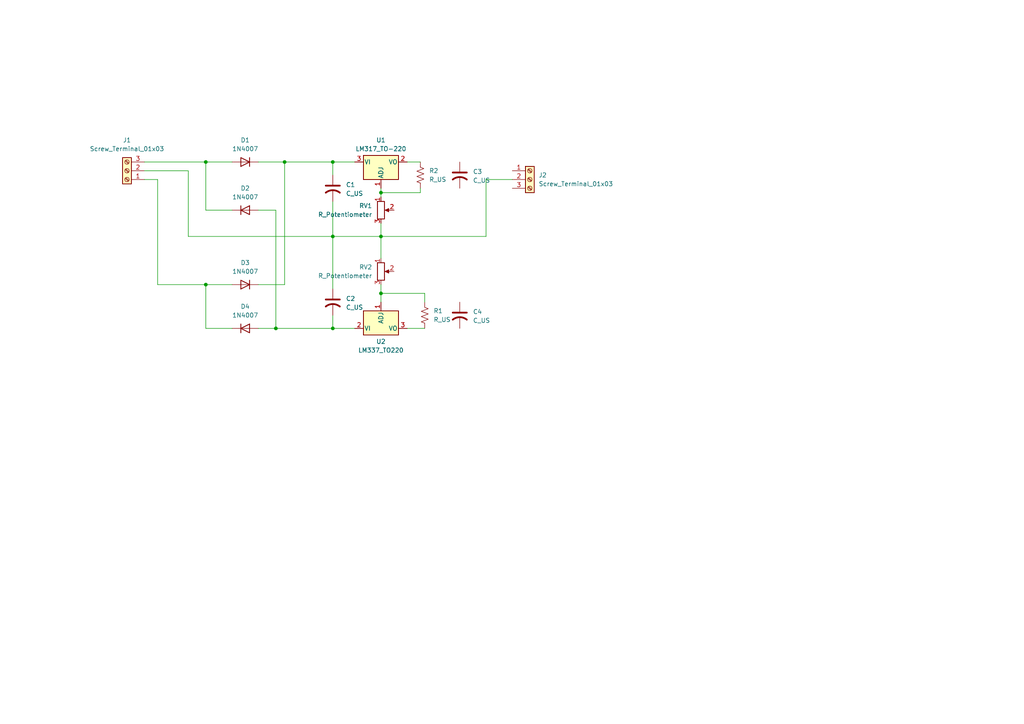
<source format=kicad_sch>
(kicad_sch (version 20250114) (generator "eeschema") (generator_version "9.0")
  (paper "A4")
  (lib_symbols
    (symbol "Connector:Screw_Terminal_01x03" (pin_names (offset 1.016) (hide yes))
      (property "Reference" "J" (at 0 5.08 0))
      (property "Value" "Screw_Terminal_01x03" (at 0 -5.08 0))
      (symbol "Screw_Terminal_01x03_1_1"
        (rectangle (start -1.27 3.81) (end 1.27 -3.81) (stroke (width 0.254)) (fill (type background)))
        (polyline (pts (xy -0.5334 2.8702) (xy 0.3302 2.032)) (stroke (width 0.1524)))
        (polyline (pts (xy -0.5334 0.3302) (xy 0.3302 -0.508)) (stroke (width 0.1524)))
        (polyline (pts (xy -0.5334 -2.2098) (xy 0.3302 -3.048)) (stroke (width 0.1524)))
        (polyline (pts (xy -0.3556 3.048) (xy 0.508 2.2098)) (stroke (width 0.1524)))
        (polyline (pts (xy -0.3556 0.508) (xy 0.508 -0.3302)) (stroke (width 0.1524)))
        (polyline (pts (xy -0.3556 -2.032) (xy 0.508 -2.8702)) (stroke (width 0.1524)))
        (circle (center 0 2.54) (radius 0.635) (stroke (width 0.1524)))
        (circle (center 0 0) (radius 0.635) (stroke (width 0.1524)))
        (circle (center 0 -2.54) (radius 0.635) (stroke (width 0.1524)))
        (pin passive line (at -5.08 2.54 0) (length 3.81) (name "Pin_1") (number "1"))
        (pin passive line (at -5.08 0 0) (length 3.81) (name "Pin_2") (number "2"))
        (pin passive line (at -5.08 -2.54 0) (length 3.81) (name "Pin_3") (number "3"))
      )
    )
    (symbol "Device:C_US" (pin_numbers (hide yes)) (pin_names (offset 0.254) (hide yes))
      (property "Reference" "C" (at 0.635 2.54 0))
      (property "Value" "C_US" (at 0.635 -2.54 0))
      (symbol "C_US_0_1"
        (polyline (pts (xy -2.032 0.762) (xy 2.032 0.762)) (stroke (width 0.508)))
        (arc (start -2.032 -1.27) (mid 0 -0.5572) (end 2.032 -1.27) (stroke (width 0.508)))
      )
      (symbol "C_US_1_1"
        (pin passive line (at 0 3.81 270) (length 2.794) (name "~") (number "1"))
        (pin passive line (at 0 -3.81 90) (length 3.302) (name "~") (number "2"))
      )
    )
    (symbol "Device:R_Potentiometer" (pin_names (offset 1.016) (hide yes))
      (property "Reference" "RV" (at -4.445 0 90))
      (property "Value" "R_Potentiometer" (at -2.54 0 90))
      (symbol "R_Potentiometer_0_1"
        (rectangle (start 1.016 2.54) (end -1.016 -2.54) (stroke (width 0.254)))
        (polyline (pts (xy 1.143 0) (xy 2.286 0.508) (xy 2.286 -0.508) (xy 1.143 0)) (fill (type outline)))
        (polyline (pts (xy 2.54 0) (xy 1.524 0)))
      )
      (symbol "R_Potentiometer_1_1"
        (pin passive line (at 0 3.81 270) (length 1.27) (name "1") (number "1"))
        (pin passive line (at 0 -3.81 90) (length 1.27) (name "3") (number "3"))
        (pin passive line (at 3.81 0 180) (length 1.27) (name "2") (number "2"))
      )
    )
    (symbol "Device:R_US" (pin_numbers (hide yes)) (pin_names (offset 0))
      (property "Reference" "R" (at 2.54 0 90))
      (property "Value" "R_US" (at -2.54 0 90))
      (symbol "R_US_0_1"
        (polyline (pts (xy 0 2.286) (xy 0 2.54)))
        (polyline (pts (xy 0 2.286) (xy 1.016 1.905) (xy 0 1.524) (xy -1.016 1.143) (xy 0 0.762)))
        (polyline (pts (xy 0 0.762) (xy 1.016 0.381) (xy 0 0) (xy -1.016 -0.381) (xy 0 -0.762)))
        (polyline (pts (xy 0 -0.762) (xy 1.016 -1.143) (xy 0 -1.524) (xy -1.016 -1.905) (xy 0 -2.286)))
        (polyline (pts (xy 0 -2.286) (xy 0 -2.54)))
      )
      (symbol "R_US_1_1"
        (pin passive line (at 0 3.81 270) (length 1.27) (name "~") (number "1"))
        (pin passive line (at 0 -3.81 90) (length 1.27) (name "~") (number "2"))
      )
    )
    (symbol "Diode:1N4007" (pin_numbers (hide yes)) (pin_names (hide yes))
      (property "Reference" "D" (at 0 2.54 0))
      (property "Value" "1N4007" (at 0 -2.54 0))
      (symbol "1N4007_0_1"
        (polyline (pts (xy -1.27 1.27) (xy -1.27 -1.27)) (stroke (width 0.254)))
        (polyline (pts (xy 1.27 1.27) (xy 1.27 -1.27) (xy -1.27 0) (xy 1.27 1.27)) (stroke (width 0.254)))
        (polyline (pts (xy 1.27 0) (xy -1.27 0)))
      )
      (symbol "1N4007_1_1"
        (pin passive line (at -3.81 0 0) (length 2.54) (name "K") (number "1"))
        (pin passive line (at 3.81 0 180) (length 2.54) (name "A") (number "2"))
      )
    )
    (symbol "Regulator_Linear:LM317_TO-220" (pin_names (offset 0.254))
      (property "Reference" "U" (at -3.81 3.175 0))
      (property "Value" "LM317_TO-220" (at 0 3.175 0))
      (symbol "LM317_TO-220_0_1"
        (rectangle (start -5.08 1.905) (end 5.08 -5.08) (stroke (width 0.254)) (fill (type background)))
      )
      (symbol "LM317_TO-220_1_1"
        (pin power_in line (at -7.62 0 0) (length 2.54) (name "VI") (number "3"))
        (pin input line (at 0 -7.62 90) (length 2.54) (name "ADJ") (number "1"))
        (pin power_out line (at 7.62 0 180) (length 2.54) (name "VO") (number "2"))
      )
    )
    (symbol "Regulator_Linear:LM337_TO220" (pin_names (offset 0.254))
      (property "Reference" "U" (at -3.81 -3.175 0))
      (property "Value" "LM337_TO220" (at 0 -3.175 0))
      (symbol "LM337_TO220_0_1"
        (rectangle (start -5.08 5.08) (end 5.08 -1.905) (stroke (width 0.254)) (fill (type background)))
      )
      (symbol "LM337_TO220_1_1"
        (pin power_in line (at -7.62 0 0) (length 2.54) (name "VI") (number "2"))
        (pin input line (at 0 7.62 270) (length 2.54) (name "ADJ") (number "1"))
        (pin power_out line (at 7.62 0 180) (length 2.54) (name "VO") (number "3"))
      )
    )
  )
  (junction (at 110.49 55.88))
  (junction (at 59.69 46.99))
  (junction (at 96.52 46.99))
  (junction (at 110.49 68.58))
  (junction (at 96.52 95.25))
  (junction (at 110.49 85.09))
  (junction (at 82.55 46.99))
  (junction (at 80.01 95.25))
  (junction (at 96.52 68.58))
  (junction (at 59.69 82.55))
  (wire (pts (xy 96.52 50.8) (xy 96.52 46.99)))
  (wire (pts (xy 123.19 85.09) (xy 110.49 85.09)))
  (wire (pts (xy 59.69 46.99) (xy 67.31 46.99)))
  (wire (pts (xy 96.52 68.58) (xy 110.49 68.58)))
  (wire (pts (xy 80.01 95.25) (xy 74.93 95.25)))
  (wire (pts (xy 110.49 85.09) (xy 110.49 87.63)))
  (wire (pts (xy 102.87 95.25) (xy 96.52 95.25)))
  (wire (pts (xy 41.91 49.53) (xy 54.61 49.53)))
  (wire (pts (xy 110.49 64.77) (xy 110.49 68.58)))
  (wire (pts (xy 41.91 52.07) (xy 45.72 52.07)))
  (wire (pts (xy 121.92 54.61) (xy 121.92 55.88)))
  (wire (pts (xy 59.69 60.96) (xy 67.31 60.96)))
  (wire (pts (xy 45.72 82.55) (xy 59.69 82.55)))
  (wire (pts (xy 110.49 82.55) (xy 110.49 85.09)))
  (wire (pts (xy 80.01 60.96) (xy 80.01 95.25)))
  (wire (pts (xy 54.61 49.53) (xy 54.61 68.58)))
  (wire (pts (xy 140.97 52.07) (xy 148.59 52.07)))
  (wire (pts (xy 118.11 46.99) (xy 121.92 46.99)))
  (wire (pts (xy 96.52 46.99) (xy 82.55 46.99)))
  (wire (pts (xy 82.55 82.55) (xy 74.93 82.55)))
  (wire (pts (xy 140.97 68.58) (xy 140.97 52.07)))
  (wire (pts (xy 74.93 46.99) (xy 82.55 46.99)))
  (wire (pts (xy 110.49 54.61) (xy 110.49 55.88)))
  (wire (pts (xy 118.11 95.25) (xy 123.19 95.25)))
  (wire (pts (xy 96.52 95.25) (xy 80.01 95.25)))
  (wire (pts (xy 121.92 55.88) (xy 110.49 55.88)))
  (wire (pts (xy 74.93 60.96) (xy 80.01 60.96)))
  (wire (pts (xy 110.49 68.58) (xy 140.97 68.58)))
  (wire (pts (xy 110.49 68.58) (xy 110.49 74.93)))
  (wire (pts (xy 96.52 46.99) (xy 102.87 46.99)))
  (wire (pts (xy 96.52 58.42) (xy 96.52 68.58)))
  (wire (pts (xy 54.61 68.58) (xy 96.52 68.58)))
  (wire (pts (xy 59.69 95.25) (xy 67.31 95.25)))
  (wire (pts (xy 82.55 46.99) (xy 82.55 82.55)))
  (wire (pts (xy 67.31 82.55) (xy 59.69 82.55)))
  (wire (pts (xy 45.72 52.07) (xy 45.72 82.55)))
  (wire (pts (xy 41.91 46.99) (xy 59.69 46.99)))
  (wire (pts (xy 110.49 55.88) (xy 110.49 57.15)))
  (wire (pts (xy 96.52 68.58) (xy 96.52 83.82)))
  (wire (pts (xy 123.19 87.63) (xy 123.19 85.09)))
  (wire (pts (xy 96.52 91.44) (xy 96.52 95.25)))
  (wire (pts (xy 59.69 82.55) (xy 59.69 95.25)))
  (wire (pts (xy 59.69 46.99) (xy 59.69 60.96)))
  (symbol (lib_id "Diode:1N4007") (at 71.12 60.96 0) (unit 1)
    (property "Reference" "D2" (at 71.12 54.61 0))
    (property "Value" "1N4007" (at 71.12 57.15 0))
    (property "Footprint" "Diode_THT:D_DO-41_SOD81_P10.16mm_Horizontal" (effects (hide yes)))
    (property "Datasheet" "http://www.vishay.com/docs/88503/1n4001.pdf" (effects (hide yes)))
    (property "Description" "1000V 1A General Purpose Rectifier Diode, DO-41" (effects (hide yes)))
    (property "Sim.Device" "D" (effects (hide yes)))
    (property "Sim.Pins" "1=K 2=A" (effects (hide yes)))
  )
  (symbol (lib_id "Device:R_Potentiometer") (at 110.49 60.96 0) (unit 1)
    (property "Reference" "RV1" (at 107.95 59.6899 0) (effects (justify right)))
    (property "Value" "R_Potentiometer" (at 107.95 62.2299 0) (effects (justify right)))
    (property "Description" "Potentiometer" (effects (hide yes)))
  )
  (symbol (lib_id "Diode:1N4007") (at 71.12 46.99 180) (unit 1)
    (property "Reference" "D1" (at 71.12 40.64 0))
    (property "Value" "1N4007" (at 71.12 43.18 0))
    (property "Footprint" "Diode_THT:D_DO-41_SOD81_P10.16mm_Horizontal" (effects (hide yes)))
    (property "Datasheet" "http://www.vishay.com/docs/88503/1n4001.pdf" (effects (hide yes)))
    (property "Description" "1000V 1A General Purpose Rectifier Diode, DO-41" (effects (hide yes)))
    (property "Sim.Device" "D" (effects (hide yes)))
    (property "Sim.Pins" "1=K 2=A" (effects (hide yes)))
  )
  (symbol (lib_id "Diode:1N4007") (at 71.12 82.55 180) (unit 1)
    (property "Reference" "D3" (at 71.12 76.2 0))
    (property "Value" "1N4007" (at 71.12 78.74 0))
    (property "Footprint" "Diode_THT:D_DO-41_SOD81_P10.16mm_Horizontal" (effects (hide yes)))
    (property "Datasheet" "http://www.vishay.com/docs/88503/1n4001.pdf" (effects (hide yes)))
    (property "Description" "1000V 1A General Purpose Rectifier Diode, DO-41" (effects (hide yes)))
    (property "Sim.Device" "D" (effects (hide yes)))
    (property "Sim.Pins" "1=K 2=A" (effects (hide yes)))
  )
  (symbol (lib_id "Device:C_US") (at 133.35 91.44 0) (unit 1)
    (property "Reference" "C4" (at 137.16 90.4239 0) (effects (justify left)))
    (property "Value" "C_US" (at 137.16 92.9639 0) (effects (justify left)))
    (property "Description" "capacitor, US symbol" (effects (hide yes)))
  )
  (symbol (lib_id "Device:R_Potentiometer") (at 110.49 78.74 0) (unit 1)
    (property "Reference" "RV2" (at 107.95 77.4699 0) (effects (justify right)))
    (property "Value" "R_Potentiometer" (at 107.95 80.0099 0) (effects (justify right)))
    (property "Description" "Potentiometer" (effects (hide yes)))
  )
  (symbol (lib_id "Connector:Screw_Terminal_01x03") (at 36.83 49.53 180) (unit 1)
    (property "Reference" "J1" (at 36.83 40.64 0))
    (property "Value" "Screw_Terminal_01x03" (at 36.83 43.18 0))
    (property "Description" "Generic screw terminal, single row, 01x03, script generated (kicad-library-utils/schlib/autogen/connector/)" (effects (hide yes)))
  )
  (symbol (lib_id "Diode:1N4007") (at 71.12 95.25 0) (unit 1)
    (property "Reference" "D4" (at 71.12 88.9 0))
    (property "Value" "1N4007" (at 71.12 91.44 0))
    (property "Footprint" "Diode_THT:D_DO-41_SOD81_P10.16mm_Horizontal" (effects (hide yes)))
    (property "Datasheet" "http://www.vishay.com/docs/88503/1n4001.pdf" (effects (hide yes)))
    (property "Description" "1000V 1A General Purpose Rectifier Diode, DO-41" (effects (hide yes)))
    (property "Sim.Device" "D" (effects (hide yes)))
    (property "Sim.Pins" "1=K 2=A" (effects (hide yes)))
  )
  (symbol (lib_id "Regulator_Linear:LM317_TO-220") (at 110.49 46.99 0) (unit 1)
    (property "Reference" "U1" (at 110.49 40.64 0))
    (property "Value" "LM317_TO-220" (at 110.49 43.18 0))
    (property "Footprint" "Package_TO_SOT_THT:TO-220-3_Vertical" (effects (hide yes)))
    (property "Datasheet" "http://www.ti.com/lit/ds/symlink/lm317.pdf" (effects (hide yes)))
    (property "Description" "1.5A 35V Adjustable Linear Regulator, TO-220" (effects (hide yes)))
  )
  (symbol (lib_id "Connector:Screw_Terminal_01x03") (at 153.67 52.07 0) (unit 1)
    (property "Reference" "J2" (at 156.21 50.7999 0) (effects (justify left)))
    (property "Value" "Screw_Terminal_01x03" (at 156.21 53.3399 0) (effects (justify left)))
    (property "Description" "Generic screw terminal, single row, 01x03, script generated (kicad-library-utils/schlib/autogen/connector/)" (effects (hide yes)))
  )
  (symbol (lib_id "Device:C_US") (at 133.35 50.8 0) (unit 1)
    (property "Reference" "C3" (at 137.16 49.7839 0) (effects (justify left)))
    (property "Value" "C_US" (at 137.16 52.3239 0) (effects (justify left)))
    (property "Description" "capacitor, US symbol" (effects (hide yes)))
  )
  (symbol (lib_id "Regulator_Linear:LM337_TO220") (at 110.49 95.25 0) (unit 1)
    (property "Reference" "U2" (at 110.49 99.06 0))
    (property "Value" "LM337_TO220" (at 110.49 101.6 0))
    (property "Footprint" "Package_TO_SOT_THT:TO-220-3_Vertical" (effects (hide yes)))
    (property "Datasheet" "http://www.ti.com/lit/ds/symlink/lm337-n.pdf" (effects (hide yes)))
    (property "Description" "Negative 1.5A 35V Adjustable Linear Regulator, TO-220" (effects (hide yes)))
  )
  (symbol (lib_id "Device:R_US") (at 121.92 50.8 0) (unit 1)
    (property "Reference" "R2" (at 124.46 49.5299 0) (effects (justify left)))
    (property "Value" "R_US" (at 124.46 52.0699 0) (effects (justify left)))
    (property "Description" "Resistor, US symbol" (effects (hide yes)))
  )
  (symbol (lib_id "Device:C_US") (at 96.52 54.61 0) (unit 1)
    (property "Reference" "C1" (at 100.33 53.5939 0) (effects (justify left)))
    (property "Value" "C_US" (at 100.33 56.1339 0) (effects (justify left)))
    (property "Description" "capacitor, US symbol" (effects (hide yes)))
  )
  (symbol (lib_id "Device:R_US") (at 123.19 91.44 0) (unit 1)
    (property "Reference" "R1" (at 125.73 90.1699 0) (effects (justify left)))
    (property "Value" "R_US" (at 125.73 92.7099 0) (effects (justify left)))
    (property "Description" "Resistor, US symbol" (effects (hide yes)))
  )
  (symbol (lib_id "Device:C_US") (at 96.52 87.63 0) (unit 1)
    (property "Reference" "C2" (at 100.33 86.6139 0) (effects (justify left)))
    (property "Value" "C_US" (at 100.33 89.1539 0) (effects (justify left)))
    (property "Description" "capacitor, US symbol" (effects (hide yes)))
  )
)
</source>
